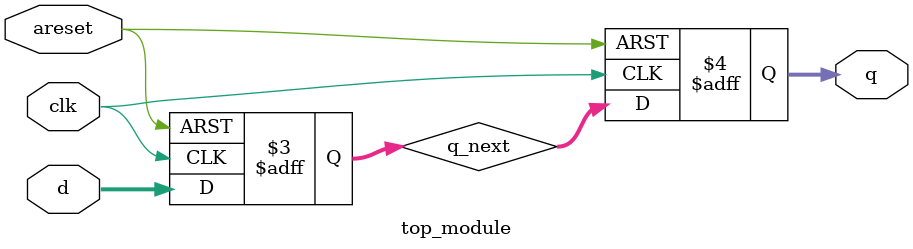
<source format=sv>
module top_module(
  input clk,
  input [7:0] d,
  input areset,
  output reg [7:0] q
);

  reg [7:0] q_next; // Next state of the output

  always @(posedge clk or posedge areset) begin
    if (areset)
      q <= 8'b00000000; // Reset the output to 0
    else
      q <= q_next; // Update the output with the next state
  end

  // Create 8 D flip-flops with active high asynchronous reset
  always @(posedge clk or posedge areset) begin
    if (areset)
      q_next <= 8'b00000000; // Reset the next state to 0
    else
      q_next <= d; // Assign input to the next state
  end

endmodule

</source>
